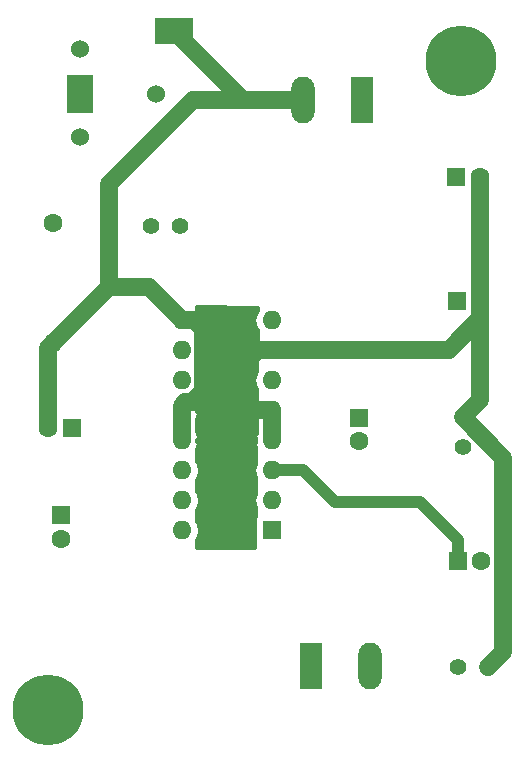
<source format=gbr>
G04 #@! TF.GenerationSoftware,KiCad,Pcbnew,5.0.2-5.fc29*
G04 #@! TF.CreationDate,2019-03-09T14:00:13+01:00*
G04 #@! TF.ProjectId,tea2025b_amp,74656132-3032-4356-925f-616d702e6b69,v1.0*
G04 #@! TF.SameCoordinates,Original*
G04 #@! TF.FileFunction,Copper,L1,Top*
G04 #@! TF.FilePolarity,Positive*
%FSLAX46Y46*%
G04 Gerber Fmt 4.6, Leading zero omitted, Abs format (unit mm)*
G04 Created by KiCad (PCBNEW 5.0.2-5.fc29) date sob, 9 mar 2019, 14:00:13*
%MOMM*%
%LPD*%
G01*
G04 APERTURE LIST*
G04 #@! TA.AperFunction,ComponentPad*
%ADD10O,1.980000X3.960000*%
G04 #@! TD*
G04 #@! TA.AperFunction,ComponentPad*
%ADD11R,1.980000X3.960000*%
G04 #@! TD*
G04 #@! TA.AperFunction,WasherPad*
%ADD12C,1.524000*%
G04 #@! TD*
G04 #@! TA.AperFunction,ComponentPad*
%ADD13R,3.200000X2.200000*%
G04 #@! TD*
G04 #@! TA.AperFunction,ComponentPad*
%ADD14R,2.200000X3.200000*%
G04 #@! TD*
G04 #@! TA.AperFunction,ComponentPad*
%ADD15C,1.400000*%
G04 #@! TD*
G04 #@! TA.AperFunction,ComponentPad*
%ADD16C,1.600000*%
G04 #@! TD*
G04 #@! TA.AperFunction,ComponentPad*
%ADD17R,1.600000X1.600000*%
G04 #@! TD*
G04 #@! TA.AperFunction,ComponentPad*
%ADD18O,1.600000X1.600000*%
G04 #@! TD*
G04 #@! TA.AperFunction,WasherPad*
%ADD19C,6.000000*%
G04 #@! TD*
G04 #@! TA.AperFunction,Conductor*
%ADD20C,1.500000*%
G04 #@! TD*
G04 #@! TA.AperFunction,Conductor*
%ADD21C,1.000000*%
G04 #@! TD*
G04 #@! TA.AperFunction,Conductor*
%ADD22C,0.254000*%
G04 #@! TD*
G04 APERTURE END LIST*
D10*
G04 #@! TO.P,J3,2*
G04 #@! TO.N,Net-(C6-Pad2)*
X158924000Y-117411500D03*
D11*
G04 #@! TO.P,J3,1*
G04 #@! TO.N,Net-(C7-Pad2)*
X153924000Y-117411500D03*
G04 #@! TD*
G04 #@! TO.P,J2,1*
G04 #@! TO.N,Net-(C5-Pad1)*
X158178500Y-69532500D03*
D10*
G04 #@! TO.P,J2,2*
G04 #@! TO.N,GND*
X153178500Y-69532500D03*
G04 #@! TD*
D12*
G04 #@! TO.P,J1,*
G04 #@! TO.N,*
X134302500Y-65201800D03*
X140804900Y-68961000D03*
X134302500Y-72669400D03*
D13*
G04 #@! TO.P,J1,2*
G04 #@! TO.N,GND*
X142302500Y-63661000D03*
D14*
G04 #@! TO.P,J1,1*
G04 #@! TO.N,Net-(C2-Pad2)*
X134302500Y-68961000D03*
G04 #@! TD*
D15*
G04 #@! TO.P,C2,2*
G04 #@! TO.N,Net-(C2-Pad2)*
X140311500Y-80137000D03*
G04 #@! TO.P,C2,1*
G04 #@! TO.N,Net-(C2-Pad1)*
X142811500Y-80137000D03*
G04 #@! TD*
D16*
G04 #@! TO.P,C7,2*
G04 #@! TO.N,Net-(C7-Pad2)*
X132715000Y-106648000D03*
D17*
G04 #@! TO.P,C7,1*
G04 #@! TO.N,Net-(C7-Pad1)*
X132715000Y-104648000D03*
G04 #@! TD*
D16*
G04 #@! TO.P,C6,2*
G04 #@! TO.N,Net-(C6-Pad2)*
X168306500Y-108521500D03*
D17*
G04 #@! TO.P,C6,1*
G04 #@! TO.N,Net-(C6-Pad1)*
X166306500Y-108521500D03*
G04 #@! TD*
D16*
G04 #@! TO.P,C5,2*
G04 #@! TO.N,GND*
X168179500Y-76009500D03*
D17*
G04 #@! TO.P,C5,1*
G04 #@! TO.N,Net-(C5-Pad1)*
X166179500Y-76009500D03*
G04 #@! TD*
D16*
G04 #@! TO.P,C4,2*
G04 #@! TO.N,GND*
X168243000Y-86487000D03*
D17*
G04 #@! TO.P,C4,1*
G04 #@! TO.N,Net-(C4-Pad1)*
X166243000Y-86487000D03*
G04 #@! TD*
D16*
G04 #@! TO.P,C3,2*
G04 #@! TO.N,Net-(C3-Pad2)*
X157924500Y-98393000D03*
D17*
G04 #@! TO.P,C3,1*
G04 #@! TO.N,Net-(C3-Pad1)*
X157924500Y-96393000D03*
G04 #@! TD*
D16*
G04 #@! TO.P,C1,2*
G04 #@! TO.N,GND*
X131667500Y-97282000D03*
D17*
G04 #@! TO.P,C1,1*
G04 #@! TO.N,Net-(C1-Pad1)*
X133667500Y-97282000D03*
G04 #@! TD*
D15*
G04 #@! TO.P,C9,2*
G04 #@! TO.N,GND*
X168870000Y-117538500D03*
G04 #@! TO.P,C9,1*
G04 #@! TO.N,Net-(C7-Pad2)*
X166370000Y-117538500D03*
G04 #@! TD*
G04 #@! TO.P,C8,2*
G04 #@! TO.N,GND*
X166751000Y-96369500D03*
G04 #@! TO.P,C8,1*
G04 #@! TO.N,Net-(C6-Pad2)*
X166751000Y-98869500D03*
G04 #@! TD*
D18*
G04 #@! TO.P,R1,2*
G04 #@! TO.N,GND*
X132016500Y-90107000D03*
D16*
G04 #@! TO.P,R1,1*
G04 #@! TO.N,Net-(C2-Pad2)*
X132016500Y-79947000D03*
G04 #@! TD*
D18*
G04 #@! TO.P,U1,16*
G04 #@! TO.N,Net-(C5-Pad1)*
X142938500Y-105918000D03*
G04 #@! TO.P,U1,8*
G04 #@! TO.N,Net-(C4-Pad1)*
X150558500Y-88138000D03*
G04 #@! TO.P,U1,15*
G04 #@! TO.N,Net-(C7-Pad2)*
X142938500Y-103378000D03*
G04 #@! TO.P,U1,7*
G04 #@! TO.N,GND*
X150558500Y-90678000D03*
G04 #@! TO.P,U1,14*
G04 #@! TO.N,Net-(C7-Pad1)*
X142938500Y-100838000D03*
G04 #@! TO.P,U1,6*
G04 #@! TO.N,Net-(C3-Pad1)*
X150558500Y-93218000D03*
G04 #@! TO.P,U1,13*
G04 #@! TO.N,GND*
X142938500Y-98298000D03*
G04 #@! TO.P,U1,5*
X150558500Y-95758000D03*
G04 #@! TO.P,U1,12*
X142938500Y-95758000D03*
G04 #@! TO.P,U1,4*
X150558500Y-98298000D03*
G04 #@! TO.P,U1,11*
G04 #@! TO.N,Net-(C1-Pad1)*
X142938500Y-93218000D03*
G04 #@! TO.P,U1,3*
G04 #@! TO.N,Net-(C6-Pad1)*
X150558500Y-100838000D03*
G04 #@! TO.P,U1,10*
G04 #@! TO.N,Net-(C2-Pad1)*
X142938500Y-90678000D03*
G04 #@! TO.P,U1,2*
G04 #@! TO.N,Net-(C6-Pad2)*
X150558500Y-103378000D03*
G04 #@! TO.P,U1,9*
G04 #@! TO.N,GND*
X142938500Y-88138000D03*
D17*
G04 #@! TO.P,U1,1*
G04 #@! TO.N,Net-(C3-Pad2)*
X150558500Y-105918000D03*
G04 #@! TD*
D19*
G04 #@! TO.P,REF\002A\002A,*
G04 #@! TO.N,*
X166619000Y-66174500D03*
G04 #@! TD*
G04 #@! TO.P,REF\002A\002A,*
G04 #@! TO.N,*
X131619000Y-121174500D03*
G04 #@! TD*
D20*
G04 #@! TO.N,GND*
X132816499Y-89307001D02*
X132016500Y-90107000D01*
X136779000Y-85344500D02*
X132816499Y-89307001D01*
X136779000Y-79334500D02*
X136779000Y-85344500D01*
X140145000Y-85344500D02*
X142938500Y-88138000D01*
X136779000Y-85344500D02*
X140145000Y-85344500D01*
X131667500Y-90456000D02*
X131667500Y-97282000D01*
X132016500Y-90107000D02*
X131667500Y-90456000D01*
X168179500Y-86423500D02*
X168243000Y-86487000D01*
X168179500Y-76009500D02*
X168179500Y-86423500D01*
X168243000Y-94877500D02*
X166751000Y-96369500D01*
X168243000Y-86487000D02*
X168243000Y-94877500D01*
X169569999Y-116838501D02*
X168870000Y-117538500D01*
X170156501Y-116251999D02*
X169569999Y-116838501D01*
X170156501Y-99775001D02*
X170156501Y-116251999D01*
X166751000Y-96369500D02*
X170156501Y-99775001D01*
X142938500Y-95758000D02*
X142938500Y-98298000D01*
X144069870Y-88138000D02*
X142938500Y-88138000D01*
X144788501Y-88856631D02*
X144069870Y-88138000D01*
X144788501Y-94106001D02*
X144788501Y-88856631D01*
X143826501Y-95068001D02*
X144788501Y-94106001D01*
X143247499Y-95068001D02*
X143826501Y-95068001D01*
X142938500Y-95377000D02*
X143247499Y-95068001D01*
X142938500Y-95758000D02*
X142938500Y-95377000D01*
X146440500Y-95758000D02*
X150558500Y-95758000D01*
X144788501Y-94106001D02*
X146440500Y-95758000D01*
X150558500Y-98298000D02*
X150558500Y-95758000D01*
X145999129Y-94106001D02*
X144788501Y-94106001D01*
X149427130Y-90678000D02*
X145999129Y-94106001D01*
X150558500Y-90678000D02*
X149427130Y-90678000D01*
X168243000Y-87618370D02*
X168243000Y-86487000D01*
X168243000Y-87977002D02*
X168243000Y-87618370D01*
X165542002Y-90678000D02*
X168243000Y-87977002D01*
X150558500Y-90678000D02*
X165542002Y-90678000D01*
X148174000Y-69532500D02*
X142302500Y-63661000D01*
X153178500Y-69532500D02*
X148174000Y-69532500D01*
X148174000Y-69532500D02*
X143891000Y-69532500D01*
X136779000Y-76644500D02*
X136779000Y-79334500D01*
X143891000Y-69532500D02*
X136779000Y-76644500D01*
D21*
G04 #@! TO.N,Net-(C6-Pad1)*
X153225500Y-100838000D02*
X150558500Y-100838000D01*
X166306500Y-108521500D02*
X166306500Y-106721500D01*
X155956000Y-103568500D02*
X153225500Y-100838000D01*
X163153500Y-103568500D02*
X155956000Y-103568500D01*
X166306500Y-106721500D02*
X163153500Y-103568500D01*
G04 #@! TD*
D22*
G04 #@! TO.N,GND*
G36*
X149413964Y-87055578D02*
X149411301Y-87271974D01*
X149206760Y-87578091D01*
X149095387Y-88138000D01*
X149206760Y-88697909D01*
X149390369Y-88972699D01*
X149379159Y-89883505D01*
X149327459Y-89940577D01*
X149166596Y-90328961D01*
X149288585Y-90551000D01*
X149370943Y-90551000D01*
X149367817Y-90805000D01*
X149288585Y-90805000D01*
X149166596Y-91027039D01*
X149327459Y-91415423D01*
X149359864Y-91451195D01*
X149347604Y-92447303D01*
X149206760Y-92658091D01*
X149095387Y-93218000D01*
X149206760Y-93777909D01*
X149328976Y-93960819D01*
X149315580Y-95049257D01*
X149166596Y-95408961D01*
X149288585Y-95631000D01*
X149308420Y-95631000D01*
X149305294Y-95885000D01*
X149288585Y-95885000D01*
X149166596Y-96107039D01*
X149298638Y-96425837D01*
X149283361Y-97667046D01*
X149166596Y-97948961D01*
X149277409Y-98150658D01*
X149273699Y-98452095D01*
X149166596Y-98647039D01*
X149268278Y-98892538D01*
X149252060Y-100210295D01*
X149206760Y-100278091D01*
X149095387Y-100838000D01*
X149206760Y-101397909D01*
X149236888Y-101442999D01*
X149220211Y-102797959D01*
X149206760Y-102818091D01*
X149095387Y-103378000D01*
X149206215Y-103935169D01*
X149195351Y-104817842D01*
X149160343Y-104870235D01*
X149111060Y-105118000D01*
X149111060Y-106718000D01*
X149160343Y-106965765D01*
X149168760Y-106978362D01*
X149163054Y-107442000D01*
X144145000Y-107442000D01*
X144145000Y-106695276D01*
X144290240Y-106477909D01*
X144401613Y-105918000D01*
X144290240Y-105358091D01*
X144145000Y-105140724D01*
X144145000Y-104155276D01*
X144290240Y-103937909D01*
X144401613Y-103378000D01*
X144290240Y-102818091D01*
X144145000Y-102600724D01*
X144145000Y-101615276D01*
X144290240Y-101397909D01*
X144401613Y-100838000D01*
X144290240Y-100278091D01*
X144145000Y-100060724D01*
X144145000Y-99062514D01*
X144169541Y-99035423D01*
X144330404Y-98647039D01*
X144208415Y-98425000D01*
X144145000Y-98425000D01*
X144145000Y-98171000D01*
X144208415Y-98171000D01*
X144330404Y-97948961D01*
X144169541Y-97560577D01*
X144145000Y-97533486D01*
X144145000Y-96522514D01*
X144169541Y-96495423D01*
X144330404Y-96107039D01*
X144208415Y-95885000D01*
X144145000Y-95885000D01*
X144145000Y-95631000D01*
X144208415Y-95631000D01*
X144330404Y-95408961D01*
X144169541Y-95020577D01*
X144145000Y-94993486D01*
X144145000Y-93995276D01*
X144290240Y-93777909D01*
X144401613Y-93218000D01*
X144290240Y-92658091D01*
X144145000Y-92440724D01*
X144145000Y-91455276D01*
X144290240Y-91237909D01*
X144401613Y-90678000D01*
X144290240Y-90118091D01*
X144145000Y-89900724D01*
X144145000Y-88902514D01*
X144169541Y-88875423D01*
X144330404Y-88487039D01*
X144208415Y-88265000D01*
X144145000Y-88265000D01*
X144145000Y-88011000D01*
X144208415Y-88011000D01*
X144330404Y-87788961D01*
X144169541Y-87400577D01*
X144145000Y-87373486D01*
X144145000Y-86934453D01*
X149413964Y-87055578D01*
X149413964Y-87055578D01*
G37*
X149413964Y-87055578D02*
X149411301Y-87271974D01*
X149206760Y-87578091D01*
X149095387Y-88138000D01*
X149206760Y-88697909D01*
X149390369Y-88972699D01*
X149379159Y-89883505D01*
X149327459Y-89940577D01*
X149166596Y-90328961D01*
X149288585Y-90551000D01*
X149370943Y-90551000D01*
X149367817Y-90805000D01*
X149288585Y-90805000D01*
X149166596Y-91027039D01*
X149327459Y-91415423D01*
X149359864Y-91451195D01*
X149347604Y-92447303D01*
X149206760Y-92658091D01*
X149095387Y-93218000D01*
X149206760Y-93777909D01*
X149328976Y-93960819D01*
X149315580Y-95049257D01*
X149166596Y-95408961D01*
X149288585Y-95631000D01*
X149308420Y-95631000D01*
X149305294Y-95885000D01*
X149288585Y-95885000D01*
X149166596Y-96107039D01*
X149298638Y-96425837D01*
X149283361Y-97667046D01*
X149166596Y-97948961D01*
X149277409Y-98150658D01*
X149273699Y-98452095D01*
X149166596Y-98647039D01*
X149268278Y-98892538D01*
X149252060Y-100210295D01*
X149206760Y-100278091D01*
X149095387Y-100838000D01*
X149206760Y-101397909D01*
X149236888Y-101442999D01*
X149220211Y-102797959D01*
X149206760Y-102818091D01*
X149095387Y-103378000D01*
X149206215Y-103935169D01*
X149195351Y-104817842D01*
X149160343Y-104870235D01*
X149111060Y-105118000D01*
X149111060Y-106718000D01*
X149160343Y-106965765D01*
X149168760Y-106978362D01*
X149163054Y-107442000D01*
X144145000Y-107442000D01*
X144145000Y-106695276D01*
X144290240Y-106477909D01*
X144401613Y-105918000D01*
X144290240Y-105358091D01*
X144145000Y-105140724D01*
X144145000Y-104155276D01*
X144290240Y-103937909D01*
X144401613Y-103378000D01*
X144290240Y-102818091D01*
X144145000Y-102600724D01*
X144145000Y-101615276D01*
X144290240Y-101397909D01*
X144401613Y-100838000D01*
X144290240Y-100278091D01*
X144145000Y-100060724D01*
X144145000Y-99062514D01*
X144169541Y-99035423D01*
X144330404Y-98647039D01*
X144208415Y-98425000D01*
X144145000Y-98425000D01*
X144145000Y-98171000D01*
X144208415Y-98171000D01*
X144330404Y-97948961D01*
X144169541Y-97560577D01*
X144145000Y-97533486D01*
X144145000Y-96522514D01*
X144169541Y-96495423D01*
X144330404Y-96107039D01*
X144208415Y-95885000D01*
X144145000Y-95885000D01*
X144145000Y-95631000D01*
X144208415Y-95631000D01*
X144330404Y-95408961D01*
X144169541Y-95020577D01*
X144145000Y-94993486D01*
X144145000Y-93995276D01*
X144290240Y-93777909D01*
X144401613Y-93218000D01*
X144290240Y-92658091D01*
X144145000Y-92440724D01*
X144145000Y-91455276D01*
X144290240Y-91237909D01*
X144401613Y-90678000D01*
X144290240Y-90118091D01*
X144145000Y-89900724D01*
X144145000Y-88902514D01*
X144169541Y-88875423D01*
X144330404Y-88487039D01*
X144208415Y-88265000D01*
X144145000Y-88265000D01*
X144145000Y-88011000D01*
X144208415Y-88011000D01*
X144330404Y-87788961D01*
X144169541Y-87400577D01*
X144145000Y-87373486D01*
X144145000Y-86934453D01*
X149413964Y-87055578D01*
G04 #@! TD*
M02*

</source>
